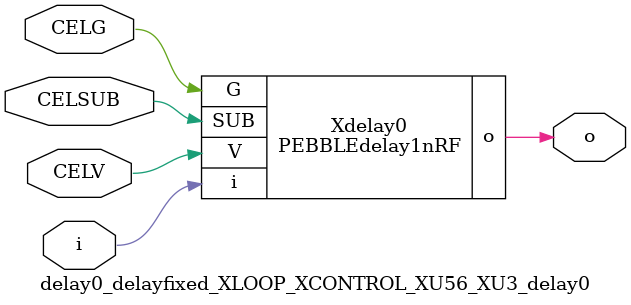
<source format=v>



module PEBBLEdelay1nRF ( o, V, G, i, SUB );

  input V;
  input i;
  input G;
  output o;
  input SUB;
endmodule

//Celera Confidential Do Not Copy delay0_delayfixed_XLOOP_XCONTROL_XU56_XU3_delay0
//TYPE: fixed 1ns
module delay0_delayfixed_XLOOP_XCONTROL_XU56_XU3_delay0 (i, CELV, o,
CELG,CELSUB);
input CELV;
input i;
output o;
input CELSUB;
input CELG;

//Celera Confidential Do Not Copy delayfast0
PEBBLEdelay1nRF Xdelay0(
.V (CELV),
.i (i),
.o (o),
.G (CELG),
.SUB (CELSUB)
);
//,diesize,PEBBLEdelay1nRF

//Celera Confidential Do Not Copy Module End
//Celera Schematic Generator
endmodule

</source>
